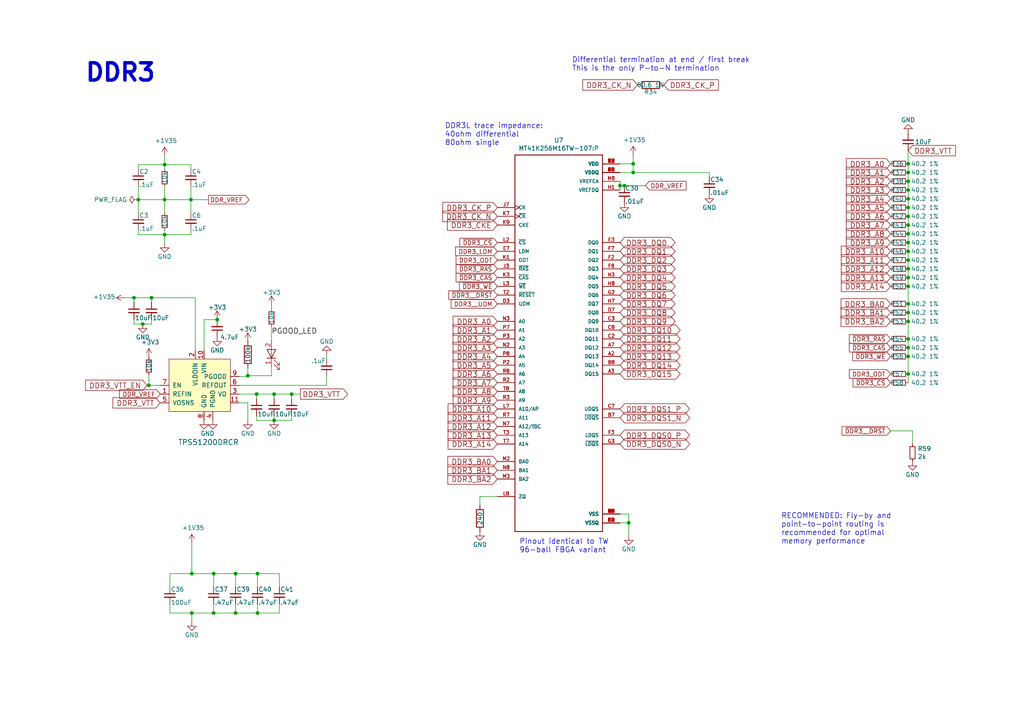
<source format=kicad_sch>
(kicad_sch (version 20231120) (generator "eeschema") (generator_version "8.0")
  (paper "A4")
  (junction (at 79.502 114.3))
  (junction (at 263.398 77.978))
  (junction (at 181.102 53.848))
  (junction (at 263.398 57.658))
  (junction (at 263.398 55.118))
  (junction (at 40.132 57.912))
  (junction (at 55.626 166.37))
  (junction (at 263.398 90.678))
  (junction (at 68.326 166.37))
  (junction (at 263.398 47.498))
  (junction (at 183.642 50.038))
  (junction (at 84.582 114.3))
  (junction (at 263.398 108.458))
  (junction (at 263.398 62.738))
  (junction (at 47.752 57.912))
  (junction (at 263.398 65.278))
  (junction (at 263.398 70.358))
  (junction (at 61.976 177.8))
  (junction (at 62.992 92.71))
  (junction (at 263.398 100.838))
  (junction (at 55.626 177.8))
  (junction (at 263.398 52.578))
  (junction (at 263.398 83.058))
  (junction (at 263.398 103.378))
  (junction (at 47.752 68.072))
  (junction (at 183.642 47.498))
  (junction (at 263.398 60.198))
  (junction (at 38.862 86.36))
  (junction (at 179.832 53.848))
  (junction (at 71.882 108.966))
  (junction (at 74.676 166.37))
  (junction (at 43.18 111.76))
  (junction (at 43.942 86.36))
  (junction (at 61.976 166.37))
  (junction (at 263.398 50.038))
  (junction (at 41.402 93.98))
  (junction (at 263.398 93.218))
  (junction (at 263.398 72.898))
  (junction (at 182.372 151.638))
  (junction (at 74.422 114.3))
  (junction (at 47.752 47.752))
  (junction (at 55.372 57.912))
  (junction (at 79.502 121.92))
  (junction (at 74.676 177.8))
  (junction (at 68.326 177.8))
  (junction (at 263.398 67.818))
  (junction (at 263.398 80.518))
  (junction (at 263.398 75.438))
  (junction (at 263.398 88.138))
  (junction (at 263.398 98.298))
  (wire (pts (xy 40.132 66.802) (xy 40.132 68.072)))
  (wire (pts (xy 68.326 175.26) (xy 68.326 177.8)))
  (wire (pts (xy 36.322 86.36) (xy 38.862 86.36)))
  (wire (pts (xy 68.326 166.37) (xy 68.326 170.18)))
  (wire (pts (xy 79.502 115.57) (xy 79.502 114.3)))
  (wire (pts (xy 94.742 102.87) (xy 94.742 104.14)))
  (wire (pts (xy 68.326 166.37) (xy 74.676 166.37)))
  (wire (pts (xy 263.398 108.458) (xy 263.398 110.998)))
  (wire (pts (xy 139.192 144.018) (xy 139.192 146.558)))
  (wire (pts (xy 55.372 57.912) (xy 55.372 61.722)))
  (wire (pts (xy 47.752 68.072) (xy 55.372 68.072)))
  (wire (pts (xy 263.398 50.038) (xy 263.398 47.498)))
  (wire (pts (xy 69.342 114.3) (xy 74.422 114.3)))
  (wire (pts (xy 179.832 50.038) (xy 183.642 50.038)))
  (wire (pts (xy 179.832 55.118) (xy 179.832 53.848)))
  (wire (pts (xy 62.992 92.71) (xy 59.182 92.71)))
  (wire (pts (xy 55.626 177.8) (xy 61.976 177.8)))
  (wire (pts (xy 81.026 166.37) (xy 81.026 170.18)))
  (wire (pts (xy 182.372 151.638) (xy 182.372 155.448)))
  (wire (pts (xy 263.398 77.978) (xy 263.398 75.438)))
  (wire (pts (xy 61.976 175.26) (xy 61.976 177.8)))
  (wire (pts (xy 74.676 166.37) (xy 74.676 170.18)))
  (wire (pts (xy 71.882 108.966) (xy 71.882 109.22)))
  (wire (pts (xy 205.74 50.038) (xy 205.74 51.308)))
  (wire (pts (xy 61.976 166.37) (xy 61.976 170.18)))
  (wire (pts (xy 43.942 93.98) (xy 43.942 92.71)))
  (wire (pts (xy 263.398 57.658) (xy 263.398 55.118)))
  (wire (pts (xy 49.276 166.37) (xy 55.626 166.37)))
  (wire (pts (xy 43.18 111.76) (xy 46.482 111.76)))
  (wire (pts (xy 74.676 177.8) (xy 81.026 177.8)))
  (wire (pts (xy 264.668 124.968) (xy 264.668 128.778)))
  (wire (pts (xy 43.942 86.36) (xy 56.642 86.36)))
  (wire (pts (xy 47.752 68.072) (xy 47.752 70.612)))
  (wire (pts (xy 74.676 175.26) (xy 74.676 177.8)))
  (wire (pts (xy 258.318 124.968) (xy 264.668 124.968)))
  (wire (pts (xy 74.422 121.92) (xy 79.502 121.92)))
  (wire (pts (xy 263.398 72.898) (xy 263.398 70.358)))
  (wire (pts (xy 55.626 166.37) (xy 61.976 166.37)))
  (wire (pts (xy 61.976 177.8) (xy 68.326 177.8)))
  (wire (pts (xy 43.18 111.76) (xy 42.672 111.76)))
  (wire (pts (xy 79.502 120.65) (xy 79.502 121.92)))
  (wire (pts (xy 38.862 93.98) (xy 41.402 93.98)))
  (wire (pts (xy 81.026 177.8) (xy 81.026 175.26)))
  (wire (pts (xy 263.398 98.298) (xy 263.398 100.838)))
  (wire (pts (xy 263.398 100.838) (xy 263.398 103.378)))
  (wire (pts (xy 43.942 87.63) (xy 43.942 86.36)))
  (wire (pts (xy 40.132 47.752) (xy 47.752 47.752)))
  (wire (pts (xy 55.372 68.072) (xy 55.372 66.802)))
  (wire (pts (xy 144.272 144.018) (xy 139.192 144.018)))
  (wire (pts (xy 40.132 54.102) (xy 40.132 57.912)))
  (wire (pts (xy 78.74 106.426) (xy 78.74 108.966)))
  (wire (pts (xy 183.642 50.038) (xy 205.74 50.038)))
  (wire (pts (xy 179.832 53.848) (xy 181.102 53.848)))
  (wire (pts (xy 183.642 44.958) (xy 183.642 47.498)))
  (wire (pts (xy 61.976 166.37) (xy 68.326 166.37)))
  (wire (pts (xy 74.676 166.37) (xy 81.026 166.37)))
  (wire (pts (xy 78.74 94.742) (xy 78.74 98.806)))
  (wire (pts (xy 263.398 52.578) (xy 263.398 50.038)))
  (wire (pts (xy 47.752 47.752) (xy 47.752 49.022)))
  (wire (pts (xy 47.752 57.912) (xy 47.752 61.722)))
  (wire (pts (xy 38.862 92.71) (xy 38.862 93.98)))
  (wire (pts (xy 68.326 177.8) (xy 74.676 177.8)))
  (wire (pts (xy 263.398 43.688) (xy 263.398 47.498)))
  (wire (pts (xy 94.742 109.22) (xy 94.742 111.76)))
  (wire (pts (xy 263.398 55.118) (xy 263.398 52.578)))
  (wire (pts (xy 69.342 111.76) (xy 94.742 111.76)))
  (wire (pts (xy 263.398 93.218) (xy 263.398 90.678)))
  (wire (pts (xy 71.882 116.84) (xy 71.882 121.92)))
  (wire (pts (xy 74.422 115.57) (xy 74.422 114.3)))
  (wire (pts (xy 47.752 45.212) (xy 47.752 47.752)))
  (wire (pts (xy 263.398 62.738) (xy 263.398 60.198)))
  (wire (pts (xy 43.18 108.712) (xy 43.18 111.76)))
  (wire (pts (xy 40.132 49.022) (xy 40.132 47.752)))
  (wire (pts (xy 40.132 57.912) (xy 40.132 61.722)))
  (wire (pts (xy 47.752 57.912) (xy 40.132 57.912)))
  (wire (pts (xy 183.642 50.038) (xy 183.642 47.498)))
  (wire (pts (xy 179.832 151.638) (xy 182.372 151.638)))
  (wire (pts (xy 263.398 75.438) (xy 263.398 72.898)))
  (wire (pts (xy 71.882 108.966) (xy 71.882 106.68)))
  (wire (pts (xy 78.74 89.662) (xy 78.74 88.392)))
  (wire (pts (xy 69.342 116.84) (xy 71.882 116.84)))
  (wire (pts (xy 179.832 52.578) (xy 179.832 53.848)))
  (wire (pts (xy 38.862 87.63) (xy 38.862 86.36)))
  (wire (pts (xy 179.832 149.098) (xy 182.372 149.098)))
  (wire (pts (xy 74.422 114.3) (xy 79.502 114.3)))
  (wire (pts (xy 263.398 60.198) (xy 263.398 57.658)))
  (wire (pts (xy 182.372 149.098) (xy 182.372 151.638)))
  (wire (pts (xy 263.398 90.678) (xy 263.398 88.138)))
  (wire (pts (xy 263.398 65.278) (xy 263.398 62.738)))
  (wire (pts (xy 47.752 66.802) (xy 47.752 68.072)))
  (wire (pts (xy 49.276 177.8) (xy 55.626 177.8)))
  (wire (pts (xy 263.398 93.218) (xy 263.398 98.298)))
  (wire (pts (xy 84.582 121.92) (xy 84.582 120.65)))
  (wire (pts (xy 183.642 47.498) (xy 179.832 47.498)))
  (wire (pts (xy 263.398 88.138) (xy 263.398 83.058)))
  (wire (pts (xy 55.372 47.752) (xy 55.372 49.022)))
  (wire (pts (xy 40.132 68.072) (xy 47.752 68.072)))
  (wire (pts (xy 59.182 92.71) (xy 59.182 101.6)))
  (wire (pts (xy 79.502 121.92) (xy 84.582 121.92)))
  (wire (pts (xy 263.398 67.818) (xy 263.398 65.278)))
  (wire (pts (xy 55.372 54.102) (xy 55.372 57.912)))
  (wire (pts (xy 263.398 80.518) (xy 263.398 77.978)))
  (wire (pts (xy 47.752 54.102) (xy 47.752 57.912)))
  (wire (pts (xy 79.502 114.3) (xy 84.582 114.3)))
  (wire (pts (xy 47.752 47.752) (xy 55.372 47.752)))
  (wire (pts (xy 55.626 157.48) (xy 55.626 166.37)))
  (wire (pts (xy 38.862 86.36) (xy 43.942 86.36)))
  (wire (pts (xy 55.626 177.8) (xy 55.626 180.34)))
  (wire (pts (xy 84.582 114.3) (xy 87.122 114.3)))
  (wire (pts (xy 181.102 53.848) (xy 187.198 53.848)))
  (wire (pts (xy 56.642 86.36) (xy 56.642 101.6)))
  (wire (pts (xy 49.276 175.26) (xy 49.276 177.8)))
  (wire (pts (xy 263.398 70.358) (xy 263.398 67.818)))
  (wire (pts (xy 74.422 120.65) (xy 74.422 121.92)))
  (wire (pts (xy 41.402 93.98) (xy 43.942 93.98)))
  (wire (pts (xy 60.452 57.912) (xy 55.372 57.912)))
  (wire (pts (xy 49.276 170.18) (xy 49.276 166.37)))
  (wire (pts (xy 263.398 83.058) (xy 263.398 80.518)))
  (wire (pts (xy 84.582 115.57) (xy 84.582 114.3)))
  (wire (pts (xy 55.372 57.912) (xy 47.752 57.912)))
  (wire (pts (xy 69.342 109.22) (xy 71.882 109.22)))
  (wire (pts (xy 263.398 103.378) (xy 263.398 108.458)))
  (wire (pts (xy 78.74 108.966) (xy 71.882 108.966)))
  (text "Pinout identical to TW \n96-ball FBGA variant\n" (at 150.622 160.528 0) (effects (font (size 1.524 1.524)) (justify left bottom)))
  (text "DDR3" (at 24.384 24.13 0) (effects (font (size 5.0038 5.0038) (thickness 1.0008) (bold yes)) (justify left bottom)))
  (text "RECOMMENDED: Fly-by and \npoint-to-point routing is\nrecommended for optimal \nmemory performance" (at 226.568 157.988 0) (effects (font (size 1.524 1.524)) (justify left bottom)))
  (text "DDR3L trace impedance:\n40ohm differential\n80ohm single" (at 129.032 42.418 0) (effects (font (size 1.524 1.524)) (justify left bottom)))
  (text "Differential termination at end / first break\nThis is the only P-to-N termination" (at 165.862 20.828 0) (effects (font (size 1.524 1.524)) (justify left bottom)))
  (label "PGOOD_LED" (at 78.74 97.282 0) (effects (font (size 1.524 1.524))))
  (global_label "DDR3_BA1" (shape input) (at 258.318 90.678 180) (effects (font (size 1.524 1.524))) (property "Intersheetrefs" "${INTERSHEET_REFS}" (effects (hide yes))))
  (global_label "DDR3_A12" (shape input) (at 144.272 123.698 180) (effects (font (size 1.524 1.524))) (property "Intersheetrefs" "${INTERSHEET_REFS}" (effects (hide yes))))
  (global_label "DDR3_DQ13" (shape bidirectional) (at 179.832 103.378 0) (effects (font (size 1.524 1.524))) (property "Intersheetrefs" "${INTERSHEET_REFS}" (effects (hide yes))))
  (global_label "DDR3_A1" (shape input) (at 144.272 95.758 180) (effects (font (size 1.524 1.524))) (property "Intersheetrefs" "${INTERSHEET_REFS}" (effects (hide yes))))
  (global_label "DDR3_A7" (shape input) (at 144.272 110.998 180) (effects (font (size 1.524 1.524))) (property "Intersheetrefs" "${INTERSHEET_REFS}" (effects (hide yes))))
  (global_label "DDR3_A12" (shape input) (at 258.318 77.978 180) (effects (font (size 1.524 1.524))) (property "Intersheetrefs" "${INTERSHEET_REFS}" (effects (hide yes))))
  (global_label "DDR3_BA2" (shape input) (at 144.272 138.938 180) (effects (font (size 1.524 1.524))) (property "Intersheetrefs" "${INTERSHEET_REFS}" (effects (hide yes))))
  (global_label "DDR3_VTT" (shape input) (at 46.482 116.84 180) (effects (font (size 1.524 1.524))) (property "Intersheetrefs" "${INTERSHEET_REFS}" (effects (hide yes))))
  (global_label "DDR3_DQS0_N" (shape bidirectional) (at 179.832 128.778 0) (effects (font (size 1.524 1.524))) (property "Intersheetrefs" "${INTERSHEET_REFS}" (effects (hide yes))))
  (global_label "DDR3_DQS1_N" (shape bidirectional) (at 179.832 121.158 0) (effects (font (size 1.524 1.524))) (property "Intersheetrefs" "${INTERSHEET_REFS}" (effects (hide yes))))
  (global_label "DDR3_VTT" (shape input) (at 263.398 43.688 0) (effects (font (size 1.524 1.524))) (property "Intersheetrefs" "${INTERSHEET_REFS}" (effects (hide yes))))
  (global_label "~{DDR3__DRST}" (shape input) (at 144.272 85.598 180) (property "Intersheetrefs" "${INTERSHEET_REFS}" (effects (hide yes))))
  (global_label "DDR3_DQ7" (shape bidirectional) (at 179.832 88.138 0) (effects (font (size 1.524 1.524))) (property "Intersheetrefs" "${INTERSHEET_REFS}" (effects (hide yes))))
  (global_label "~{DDR3_WE}" (shape input) (at 144.272 83.058 180) (property "Intersheetrefs" "${INTERSHEET_REFS}" (effects (hide yes))))
  (global_label "DDR3_A11" (shape input) (at 144.272 121.158 180) (effects (font (size 1.524 1.524))) (property "Intersheetrefs" "${INTERSHEET_REFS}" (effects (hide yes))))
  (global_label "DDR3_A9" (shape input) (at 258.318 70.358 180) (effects (font (size 1.524 1.524))) (property "Intersheetrefs" "${INTERSHEET_REFS}" (effects (hide yes))))
  (global_label "~{DDR3__DRST}" (shape input) (at 258.318 124.968 180) (property "Intersheetrefs" "${INTERSHEET_REFS}" (effects (hide yes))))
  (global_label "DDR3_A9" (shape input) (at 144.272 116.078 180) (effects (font (size 1.524 1.524))) (property "Intersheetrefs" "${INTERSHEET_REFS}" (effects (hide yes))))
  (global_label "DDR3_A3" (shape input) (at 258.318 55.118 180) (effects (font (size 1.524 1.524))) (property "Intersheetrefs" "${INTERSHEET_REFS}" (effects (hide yes))))
  (global_label "DDR3_A3" (shape input) (at 144.272 100.838 180) (effects (font (size 1.524 1.524))) (property "Intersheetrefs" "${INTERSHEET_REFS}" (effects (hide yes))))
  (global_label "DDR3_A5" (shape input) (at 258.318 60.198 180) (effects (font (size 1.524 1.524))) (property "Intersheetrefs" "${INTERSHEET_REFS}" (effects (hide yes))))
  (global_label "DDR3_A11" (shape input) (at 258.318 75.438 180) (effects (font (size 1.524 1.524))) (property "Intersheetrefs" "${INTERSHEET_REFS}" (effects (hide yes))))
  (global_label "DDR3_A5" (shape input) (at 144.272 105.918 180) (effects (font (size 1.524 1.524))) (property "Intersheetrefs" "${INTERSHEET_REFS}" (effects (hide yes))))
  (global_label "DDR3_VTT_EN" (shape input) (at 42.672 111.76 180) (effects (font (size 1.524 1.524))) (property "Intersheetrefs" "${INTERSHEET_REFS}" (effects (hide yes))))
  (global_label "DDR3_A14" (shape input) (at 258.318 83.058 180) (effects (font (size 1.524 1.524))) (property "Intersheetrefs" "${INTERSHEET_REFS}" (effects (hide yes))))
  (global_label "DDR_VREF" (shape input) (at 187.198 53.848 0) (property "Intersheetrefs" "${INTERSHEET_REFS}" (effects (hide yes))))
  (global_label "DDR3_ODT" (shape input) (at 144.272 75.438 180) (property "Intersheetrefs" "${INTERSHEET_REFS}" (effects (hide yes))))
  (global_label "DDR_VREF" (shape output) (at 60.452 57.912 0) (property "Intersheetrefs" "${INTERSHEET_REFS}" (effects (hide yes))))
  (global_label "DDR3_A10" (shape input) (at 144.272 118.618 180) (effects (font (size 1.524 1.524))) (property "Intersheetrefs" "${INTERSHEET_REFS}" (effects (hide yes))))
  (global_label "DDR3_A4" (shape input) (at 144.272 103.378 180) (effects (font (size 1.524 1.524))) (property "Intersheetrefs" "${INTERSHEET_REFS}" (effects (hide yes))))
  (global_label "DDR3_DQ8" (shape bidirectional) (at 179.832 90.678 0) (effects (font (size 1.524 1.524))) (property "Intersheetrefs" "${INTERSHEET_REFS}" (effects (hide yes))))
  (global_label "DDR3_DQ9" (shape bidirectional) (at 179.832 93.218 0) (effects (font (size 1.524 1.524))) (property "Intersheetrefs" "${INTERSHEET_REFS}" (effects (hide yes))))
  (global_label "DDR3_DQ2" (shape bidirectional) (at 179.832 75.438 0) (effects (font (size 1.524 1.524))) (property "Intersheetrefs" "${INTERSHEET_REFS}" (effects (hide yes))))
  (global_label "DDR3_DQ6" (shape bidirectional) (at 179.832 85.598 0) (effects (font (size 1.524 1.524))) (property "Intersheetrefs" "${INTERSHEET_REFS}" (effects (hide yes))))
  (global_label "~{DDR3_WE}" (shape input) (at 258.318 103.378 180) (property "Intersheetrefs" "${INTERSHEET_REFS}" (effects (hide yes))))
  (global_label "~{DDR3_CS}" (shape input) (at 144.272 70.358 180) (property "Intersheetrefs" "${INTERSHEET_REFS}" (effects (hide yes))))
  (global_label "DDR3_A2" (shape input) (at 258.318 52.578 180) (effects (font (size 1.524 1.524))) (property "Intersheetrefs" "${INTERSHEET_REFS}" (effects (hide yes))))
  (global_label "DDR3_DQ5" (shape bidirectional) (at 179.832 83.058 0) (effects (font (size 1.524 1.524))) (property "Intersheetrefs" "${INTERSHEET_REFS}" (effects (hide yes))))
  (global_label "DDR3_CK_P" (shape input) (at 144.272 60.198 180) (effects (font (size 1.524 1.524))) (property "Intersheetrefs" "${INTERSHEET_REFS}" (effects (hide yes))))
  (global_label "DDR3_BA2" (shape input) (at 258.318 93.218 180) (effects (font (size 1.524 1.524))) (property "Intersheetrefs" "${INTERSHEET_REFS}" (effects (hide yes))))
  (global_label "DDR3_ODT" (shape input) (at 258.318 108.458 180) (property "Intersheetrefs" "${INTERSHEET_REFS}" (effects (hide yes))))
  (global_label "DDR3_CK_N" (shape input) (at 184.912 24.638 180) (effects (font (size 1.524 1.524))) (property "Intersheetrefs" "${INTERSHEET_REFS}" (effects (hide yes))))
  (global_label "DDR3_A8" (shape input) (at 144.272 113.538 180) (effects (font (size 1.524 1.524))) (property "Intersheetrefs" "${INTERSHEET_REFS}" (effects (hide yes))))
  (global_label "DDR3_DQS1_P" (shape bidirectional) (at 179.832 118.618 0) (effects (font (size 1.524 1.524))) (property "Intersheetrefs" "${INTERSHEET_REFS}" (effects (hide yes))))
  (global_label "DDR3_BA0" (shape input) (at 258.318 88.138 180) (effects (font (size 1.524 1.524))) (property "Intersheetrefs" "${INTERSHEET_REFS}" (effects (hide yes))))
  (global_label "DDR3_DQ11" (shape bidirectional) (at 179.832 98.298 0) (effects (font (size 1.524 1.524))) (property "Intersheetrefs" "${INTERSHEET_REFS}" (effects (hide yes))))
  (global_label "DDR3__UDM" (shape input) (at 144.272 88.138 180) (property "Intersheetrefs" "${INTERSHEET_REFS}" (effects (hide yes))))
  (global_label "DDR3_DQ4" (shape bidirectional) (at 179.832 80.518 0) (effects (font (size 1.524 1.524))) (property "Intersheetrefs" "${INTERSHEET_REFS}" (effects (hide yes))))
  (global_label "DDR3_DQ14" (shape bidirectional) (at 179.832 105.918 0) (effects (font (size 1.524 1.524))) (property "Intersheetrefs" "${INTERSHEET_REFS}" (effects (hide yes))))
  (global_label "~{DDR3_CS}" (shape input) (at 258.318 110.998 180) (property "Intersheetrefs" "${INTERSHEET_REFS}" (effects (hide yes))))
  (global_label "DDR3_A14" (shape input) (at 144.272 128.778 180) (effects (font (size 1.524 1.524))) (property "Intersheetrefs" "${INTERSHEET_REFS}" (effects (hide yes))))
  (global_label "DDR3_A2" (shape input) (at 144.272 98.298 180) (effects (font (size 1.524 1.524))) (property "Intersheetrefs" "${INTERSHEET_REFS}" (effects (hide yes))))
  (global_label "DDR3_A0" (shape input) (at 258.318 47.498 180) (effects (font (size 1.524 1.524))) (property "Intersheetrefs" "${INTERSHEET_REFS}" (effects (hide yes))))
  (global_label "~{DDR3_CAS}" (shape input) (at 258.318 100.838 180) (property "Intersheetrefs" "${INTERSHEET_REFS}" (effects (hide yes))))
  (global_label "DDR3_DQ15" (shape bidirectional) (at 179.832 108.458 0) (effects (font (size 1.524 1.524))) (property "Intersheetrefs" "${INTERSHEET_REFS}" (effects (hide yes))))
  (global_label "DDR3_A6" (shape input) (at 144.272 108.458 180) (effects (font (size 1.524 1.524))) (property "Intersheetrefs" "${INTERSHEET_REFS}" (effects (hide yes))))
  (global_label "DDR3_A6" (shape input) (at 258.318 62.738 180) (effects (font (size 1.524 1.524))) (property "Intersheetrefs" "${INTERSHEET_REFS}" (effects (hide yes))))
  (global_label "DDR3_A13" (shape input) (at 144.272 126.238 180) (effects (font (size 1.524 1.524))) (property "Intersheetrefs" "${INTERSHEET_REFS}" (effects (hide yes))))
  (global_label "DDR3_A13" (shape input) (at 258.318 80.518 180) (effects (font (size 1.524 1.524))) (property "Intersheetrefs" "${INTERSHEET_REFS}" (effects (hide yes))))
  (global_label "~{DDR3_RAS}" (shape input) (at 144.272 77.978 180) (property "Intersheetrefs" "${INTERSHEET_REFS}" (effects (hide yes))))
  (global_label "DDR3_A0" (shape input) (at 144.272 93.218 180) (effects (font (size 1.524 1.524))) (property "Intersheetrefs" "${INTERSHEET_REFS}" (effects (hide yes))))
  (global_label "DDR3_DQ3" (shape bidirectional) (at 179.832 77.978 0) (effects (font (size 1.524 1.524))) (property "Intersheetrefs" "${INTERSHEET_REFS}" (effects (hide yes))))
  (global_label "DDR3_DQ12" (shape bidirectional) (at 179.832 100.838 0) (effects (font (size 1.524 1.524))) (property "Intersheetrefs" "${INTERSHEET_REFS}" (effects (hide yes))))
  (global_label "~{DDR3_CAS}" (shape input) (at 144.272 80.518 180) (property "Intersheetrefs" "${INTERSHEET_REFS}" (effects (hide yes))))
  (global_label "DDR3_CK_P" (shape input) (at 192.532 24.638 0) (effects (font (size 1.524 1.524))) (property "Intersheetrefs" "${INTERSHEET_REFS}" (effects (hide yes))))
  (global_label "DDR3_BA0" (shape input) (at 144.272 133.858 180) (effects (font (size 1.524 1.524))) (property "Intersheetrefs" "${INTERSHEET_REFS}" (effects (hide yes))))
  (global_label "DDR3_A10" (shape input) (at 258.318 72.898 180) (effects (font (size 1.524 1.524))) (property "Intersheetrefs" "${INTERSHEET_REFS}" (effects (hide yes))))
  (global_label "DDR3_DQ1" (shape bidirectional) (at 179.832 72.898 0) (effects (font (size 1.524 1.524))) (property "Intersheetrefs" "${INTERSHEET_REFS}" (effects (hide yes))))
  (global_label "DDR3_A1" (shape input) (at 258.318 50.038 180) (effects (font (size 1.524 1.524))) (property "Intersheetrefs" "${INTERSHEET_REFS}" (effects (hide yes))))
  (global_label "~{DDR3_RAS}" (shape input) (at 258.318 98.298 180) (property "Intersheetrefs" "${INTERSHEET_REFS}" (effects (hide yes))))
  (global_label "DDR3_LDM" (shape input) (at 144.272 72.898 180) (property "Intersheetrefs" "${INTERSHEET_REFS}" (effects (hide yes))))
  (global_label "DDR_VREF" (shape input) (at 46.482 114.3 180) (property "Intersheetrefs" "${INTERSHEET_REFS}" (effects (hide yes))))
  (global_label "DDR3_CK_N" (shape input) (at 144.272 62.738 180) (effects (font (size 1.524 1.524))) (property "Intersheetrefs" "${INTERSHEET_REFS}" (effects (hide yes))))
  (global_label "DDR3_A8" (shape input) (at 258.318 67.818 180) (effects (font (size 1.524 1.524))) (property "Intersheetrefs" "${INTERSHEET_REFS}" (effects (hide yes))))
  (global_label "DDR3_VTT" (shape output) (at 87.122 114.3 0) (effects (font (size 1.524 1.524))) (property "Intersheetrefs" "${INTERSHEET_REFS}" (effects (hide yes))))
  (global_label "DDR3_A7" (shape input) (at 258.318 65.278 180) (effects (font (size 1.524 1.524))) (property "Intersheetrefs" "${INTERSHEET_REFS}" (effects (hide yes))))
  (global_label "DDR3_DQ0" (shape bidirectional) (at 179.832 70.358 0) (effects (font (size 1.524 1.524))) (property "Intersheetrefs" "${INTERSHEET_REFS}" (effects (hide yes))))
  (global_label "DDR3_DQS0_P" (shape bidirectional) (at 179.832 126.238 0) (effects (font (size 1.524 1.524))) (property "Intersheetrefs" "${INTERSHEET_REFS}" (effects (hide yes))))
  (global_label "DDR3_BA1" (shape input) (at 144.272 136.398 180) (effects (font (size 1.524 1.524))) (property "Intersheetrefs" "${INTERSHEET_REFS}" (effects (hide yes))))
  (global_label "DDR3_DQ10" (shape bidirectional) (at 179.832 95.758 0) (effects (font (size 1.524 1.524))) (property "Intersheetrefs" "${INTERSHEET_REFS}" (effects (hide yes))))
  (global_label "DDR3_CKE" (shape input) (at 144.272 65.278 180) (effects (font (size 1.524 1.524))) (property "Intersheetrefs" "${INTERSHEET_REFS}" (effects (hide yes))))
  (global_label "DDR3_A4" (shape input) (at 258.318 57.658 180) (effects (font (size 1.524 1.524))) (property "Intersheetrefs" "${INTERSHEET_REFS}" (effects (hide yes))))
  (symbol (lib_id "Device:R_Small") (at 260.858 77.978 90) (unit 1)
    (property "Reference" "R48" (at 262.128 77.978 90) (effects (justify left)))
    (property "Value" "40.2 1%" (at 272.288 77.978 90) (effects (justify left)))
    (property "Footprint" "Resistor_SMD:R_0201_0603Metric" (effects (hide yes)))
    (property "Datasheet" "RTT0140R2FTH" (effects (hide yes)))
    (property "MFR" "Yageo" (effects (hide yes)))
    (property "MPN" "RC0402FR-0740R2L" (effects (hide yes)))
    (property "SPR" "Digikey" (effects (hide yes)))
    (property "SPN" "311-40.2LRTR-ND" (effects (hide yes)))
    (property "SPURL" "-" (effects (hide yes)))
  )
  (symbol (lib_id "Device:C_Small") (at 55.372 51.562 0) (unit 1)
    (property "Reference" "C4" (at 55.626 49.784 0) (effects (justify left)))
    (property "Value" ".1uF" (at 55.626 53.594 0) (effects (justify left)))
    (property "Footprint" "Capacitor_SMD:C_0402_1005Metric" (effects (hide yes)))
    (property "Datasheet" "CL05A105KA5NQNC" (effects (hide yes)))
    (property "MFR" "Yageo" (effects (hide yes)))
    (property "MPN" "CC0402KRX7R6BB104" (effects (hide yes)))
    (property "SPR" "Digikey" (effects (hide yes)))
    (property "SPN" "311-1345-1-ND" (effects (hide yes)))
  )
  (symbol (lib_id "power:GND") (at 47.752 70.612 0) (unit 1)
    (property "Reference" "#PWR014" (effects (hide yes)))
    (property "Value" "GND" (at 47.752 74.422 0))
  )
  (symbol (lib_id "power:+3V3") (at 71.882 99.06 0) (unit 1)
    (property "Reference" "#PWR076" (effects (hide yes)))
    (property "Value" "+3V3" (at 71.882 95.504 0))
  )
  (symbol (lib_id "power:+1V35") (at 183.642 44.958 0) (unit 1)
    (property "Reference" "#PWR075" (effects (hide yes)))
    (property "Value" "+1V35" (at 184.023 40.5638 0))
  )
  (symbol (lib_id "Device:C_Small") (at 68.326 172.72 0) (unit 1)
    (property "Reference" "C39" (at 68.58 170.942 0) (effects (justify left)))
    (property "Value" ".47uF" (at 68.58 174.752 0) (effects (justify left)))
    (property "Footprint" "Capacitor_SMD:C_1206_3216Metric" (effects (hide yes)))
    (property "Datasheet" "CL31A476MPHNNNE" (effects (hide yes)))
    (property "MFR" "Yageo" (effects (hide yes)))
    (property "MPN" "CC0402KRX5R5BB474" (effects (hide yes)))
    (property "SPR" "Digikey" (effects (hide yes)))
    (property "SPN" "311-1684-1-ND" (effects (hide yes)))
  )
  (symbol (lib_id "power:GND") (at 94.742 102.87 180) (unit 1)
    (property "Reference" "#PWR081" (effects (hide yes)))
    (property "Value" "GND" (at 94.742 99.06 0))
  )
  (symbol (lib_id "Device:R_Small") (at 260.858 57.658 90) (unit 1)
    (property "Reference" "R40" (at 262.128 57.658 90) (effects (justify left)))
    (property "Value" "40.2 1%" (at 272.288 57.658 90) (effects (justify left)))
    (property "Footprint" "Resistor_SMD:R_0201_0603Metric" (effects (hide yes)))
    (property "Datasheet" "RTT0140R2FTH" (effects (hide yes)))
    (property "MFR" "Yageo" (effects (hide yes)))
    (property "MPN" "RC0402FR-0740R2L" (effects (hide yes)))
    (property "SPR" "Digikey" (effects (hide yes)))
    (property "SPN" "311-40.2LRTR-ND" (effects (hide yes)))
    (property "SPURL" "-" (effects (hide yes)))
  )
  (symbol (lib_id "Device:R_Small") (at 260.858 83.058 90) (unit 1)
    (property "Reference" "R50" (at 262.128 83.058 90) (effects (justify left)))
    (property "Value" "40.2 1%" (at 272.288 83.058 90) (effects (justify left)))
    (property "Footprint" "Resistor_SMD:R_0201_0603Metric" (effects (hide yes)))
    (property "Datasheet" "RTT0140R2FTH" (effects (hide yes)))
    (property "MFR" "Yageo" (effects (hide yes)))
    (property "MPN" "RC0402FR-0740R2L" (effects (hide yes)))
    (property "SPR" "Digikey" (effects (hide yes)))
    (property "SPN" "311-40.2LRTR-ND" (effects (hide yes)))
    (property "SPURL" "-" (effects (hide yes)))
  )
  (symbol (lib_id "Device:R_Small") (at 260.858 72.898 90) (unit 1)
    (property "Reference" "R46" (at 262.128 72.898 90) (effects (justify left)))
    (property "Value" "40.2 1%" (at 272.288 72.898 90) (effects (justify left)))
    (property "Footprint" "Resistor_SMD:R_0201_0603Metric" (effects (hide yes)))
    (property "Datasheet" "RTT0140R2FTH" (effects (hide yes)))
    (property "MFR" "Yageo" (effects (hide yes)))
    (property "MPN" "RC0402FR-0740R2L" (effects (hide yes)))
    (property "SPR" "Digikey" (effects (hide yes)))
    (property "SPN" "311-40.2LRTR-ND" (effects (hide yes)))
    (property "SPURL" "-" (effects (hide yes)))
  )
  (symbol (lib_id "Device:R_Small") (at 47.752 51.562 0) (unit 1)
    (property "Reference" "R29" (effects (hide yes)))
    (property "Value" "10k" (at 47.752 53.34 90) (effects (justify left)))
    (property "Footprint" "Resistor_SMD:R_0805_2012Metric" (effects (hide yes)))
    (property "Datasheet" "0805W8F1002T5E" (effects (hide yes)))
    (property "MFR" "Yageo" (effects (hide yes)))
    (property "SPR" "Digikey" (effects (hide yes)))
    (property "MPN" "RC0402FR-0710KL" (effects (hide yes)))
    (property "SPN" "311-10.0KLRCT-ND" (effects (hide yes)))
    (property "SPURL" "-" (effects (hide yes)))
  )
  (symbol (lib_id "Device:R_Small") (at 43.18 106.172 0) (unit 1)
    (property "Reference" "R32" (effects (hide yes)))
    (property "Value" "10k" (at 43.18 107.95 90) (effects (justify left)))
    (property "Footprint" "Resistor_SMD:R_0805_2012Metric" (effects (hide yes)))
    (property "Datasheet" "0805W8F1002T5E" (effects (hide yes)))
    (property "MFR" "Yageo" (effects (hide yes)))
    (property "SPR" "Digikey" (effects (hide yes)))
    (property "MPN" "RC0402FR-0710KL" (effects (hide yes)))
    (property "SPN" "311-10.0KLRCT-ND" (effects (hide yes)))
    (property "SPURL" "-" (effects (hide yes)))
  )
  (symbol (lib_id "Device:R") (at 71.882 102.87 0) (unit 1)
    (property "Reference" "R33" (effects (hide yes)))
    (property "Value" "100k" (at 71.882 102.87 90))
    (property "Footprint" "Resistor_SMD:R_0402_1005Metric" (effects (hide yes)))
    (property "Datasheet" "QR0402F100KQ10Z" (effects (hide yes)))
    (property "MFR" "Yageo" (effects (hide yes)))
    (property "MPN" "RC0402FR-07100KL" (effects (hide yes)))
    (property "SPR" "Digikey" (effects (hide yes)))
    (property "SPN" "311-100KLRTR-ND" (effects (hide yes)))
  )
  (symbol (lib_id "power:GND") (at 61.722 121.92 0) (unit 1)
    (property "Reference" "#PWR070" (effects (hide yes)))
    (property "Value" "GND" (effects (hide yes)))
  )
  (symbol (lib_id "power:+1V35") (at 55.626 157.48 0) (unit 1)
    (property "Reference" "#PWR082" (effects (hide yes)))
    (property "Value" "+1V35" (at 56.007 153.0858 0))
  )
  (symbol (lib_id "Device:C_Small") (at 38.862 90.17 0) (unit 1)
    (property "Reference" "C7" (effects (hide yes)))
    (property "Value" "10uF" (at 39.116 92.202 0) (effects (justify left)))
    (property "Footprint" "Capacitor_SMD:C_0402_1005Metric" (effects (hide yes)))
    (property "Datasheet" "GRM155R60J106ME44D" (effects (hide yes)))
    (property "MFR" "Murata" (effects (hide yes)))
    (property "MPN" "GRM188R61A106KE69J" (effects (hide yes)))
    (property "SPR" "Digikey" (effects (hide yes)))
    (property "SPN" "490-14372-1-ND" (effects (hide yes)))
  )
  (symbol (lib_id "power:GND") (at 55.626 180.34 0) (unit 1)
    (property "Reference" "#PWR083" (effects (hide yes)))
    (property "Value" "GND" (at 55.626 184.15 0))
  )
  (symbol (lib_id "Device:R_Small") (at 47.752 64.262 0) (unit 1)
    (property "Reference" "R30" (effects (hide yes)))
    (property "Value" "10k" (at 47.752 66.04 90) (effects (justify left)))
    (property "Footprint" "Resistor_SMD:R_0805_2012Metric" (effects (hide yes)))
    (property "Datasheet" "0805W8F1002T5E" (effects (hide yes)))
    (property "MFR" "Yageo" (effects (hide yes)))
    (property "SPR" "Digikey" (effects (hide yes)))
    (property "MPN" "RC0402FR-0710KL" (effects (hide yes)))
    (property "SPN" "311-10.0KLRCT-ND" (effects (hide yes)))
    (property "SPURL" "-" (effects (hide yes)))
  )
  (symbol (lib_id "Device:C_Small") (at 205.74 53.848 0) (unit 1)
    (property "Reference" "C34" (at 205.994 52.07 0) (effects (justify left)))
    (property "Value" ".01uF" (at 205.994 55.88 0) (effects (justify left)))
    (property "Footprint" "Capacitor_SMD:C_0402_1005Metric" (effects (hide yes)))
    (property "Datasheet" "CL05A105KA5NQNC" (effects (hide yes)))
    (property "MFR" "Murata" (effects (hide yes)))
    (property "SPR" "Digikey" (effects (hide yes)))
    (property "MPN" "GRM155R71H103KA88J" (effects (hide yes)))
    (property "SPN" "490-6351-1-ND" (effects (hide yes)))
    (property "SPURL" "-" (effects (hide yes)))
  )
  (symbol (lib_id "Device:R_Small") (at 260.858 62.738 90) (unit 1)
    (property "Reference" "R42" (at 262.128 62.738 90) (effects (justify left)))
    (property "Value" "40.2 1%" (at 272.288 62.738 90) (effects (justify left)))
    (property "Footprint" "Resistor_SMD:R_0201_0603Metric" (effects (hide yes)))
    (property "Datasheet" "RTT0140R2FTH" (effects (hide yes)))
    (property "MFR" "Yageo" (effects (hide yes)))
    (property "MPN" "RC0402FR-0740R2L" (effects (hide yes)))
    (property "SPR" "Digikey" (effects (hide yes)))
    (property "SPN" "311-40.2LRTR-ND" (effects (hide yes)))
    (property "SPURL" "-" (effects (hide yes)))
  )
  (symbol (lib_id "Device:R_Small") (at 260.858 103.378 90) (unit 1)
    (property "Reference" "R56" (at 262.128 103.378 90) (effects (justify left)))
    (property "Value" "40.2 1%" (at 272.288 103.378 90) (effects (justify left)))
    (property "Footprint" "Resistor_SMD:R_0201_0603Metric" (effects (hide yes)))
    (property "Datasheet" "RTT0140R2FTH" (effects (hide yes)))
    (property "MFR" "Yageo" (effects (hide yes)))
    (property "MPN" "RC0402FR-0740R2L" (effects (hide yes)))
    (property "SPR" "Digikey" (effects (hide yes)))
    (property "SPN" "311-40.2LRTR-ND" (effects (hide yes)))
    (property "SPURL" "-" (effects (hide yes)))
  )
  (symbol (lib_id "Device:R_Small") (at 260.858 80.518 90) (unit 1)
    (property "Reference" "R49" (at 262.128 80.518 90) (effects (justify left)))
    (property "Value" "40.2 1%" (at 272.288 80.518 90) (effects (justify left)))
    (property "Footprint" "Resistor_SMD:R_0201_0603Metric" (effects (hide yes)))
    (property "Datasheet" "RTT0140R2FTH" (effects (hide yes)))
    (property "MFR" "Yageo" (effects (hide yes)))
    (property "MPN" "RC0402FR-0740R2L" (effects (hide yes)))
    (property "SPR" "Digikey" (effects (hide yes)))
    (property "SPN" "311-40.2LRTR-ND" (effects (hide yes)))
    (property "SPURL" "-" (effects (hide yes)))
  )
  (symbol (lib_id "power:+3V3") (at 78.74 88.392 0) (unit 1)
    (property "Reference" "#PWR078" (effects (hide yes)))
    (property "Value" "+3V3" (at 78.74 84.836 0))
  )
  (symbol (lib_id "Device:C_Small") (at 55.372 64.262 0) (unit 1)
    (property "Reference" "C6" (at 55.626 62.484 0) (effects (justify left)))
    (property "Value" ".1uF" (at 55.626 66.294 0) (effects (justify left)))
    (property "Footprint" "Capacitor_SMD:C_0402_1005Metric" (effects (hide yes)))
    (property "Datasheet" "CL05A105KA5NQNC" (effects (hide yes)))
    (property "MFR" "Yageo" (effects (hide yes)))
    (property "MPN" "CC0402KRX7R6BB104" (effects (hide yes)))
    (property "SPR" "Digikey" (effects (hide yes)))
    (property "SPN" "311-1345-1-ND" (effects (hide yes)))
  )
  (symbol (lib_id "power:GND") (at 139.192 154.178 0) (unit 1)
    (property "Reference" "#PWR020" (effects (hide yes)))
    (property "Value" "GND" (at 139.192 157.988 0))
  )
  (symbol (lib_id "Device:R_Small") (at 260.858 65.278 90) (unit 1)
    (property "Reference" "R43" (at 262.128 65.278 90) (effects (justify left)))
    (property "Value" "40.2 1%" (at 272.288 65.278 90) (effects (justify left)))
    (property "Footprint" "Resistor_SMD:R_0201_0603Metric" (effects (hide yes)))
    (property "Datasheet" "RTT0140R2FTH" (effects (hide yes)))
    (property "MFR" "Yageo" (effects (hide yes)))
    (property "MPN" "RC0402FR-0740R2L" (effects (hide yes)))
    (property "SPR" "Digikey" (effects (hide yes)))
    (property "SPN" "311-40.2LRTR-ND" (effects (hide yes)))
    (property "SPURL" "-" (effects (hide yes)))
  )
  (symbol (lib_id "Device:R") (at 188.722 24.638 270) (unit 1)
    (property "Reference" "R34" (at 188.722 26.67 90))
    (property "Value" "80.6 1%" (at 188.722 24.638 90))
    (property "Footprint" "Resistor_SMD:R_0603_1608Metric" (effects (hide yes)))
    (property "Datasheet" "RMC060380.6K1%N" (effects (hide yes)))
    (property "MFR" "Yageo" (effects (hide yes)))
    (property "SPR" "Digikey" (effects (hide yes)))
    (property "MPN" "RC0402FR-0780R6L" (effects (hide yes)))
    (property "SPN" "311-80.6LRTR-ND" (effects (hide yes)))
    (property "SPURL" "-" (effects (hide yes)))
  )
  (symbol (lib_id "power:GND") (at 41.402 93.98 0) (unit 1)
    (property "Reference" "#PWR067" (effects (hide yes)))
    (property "Value" "GND" (at 41.402 97.79 0))
  )
  (symbol (lib_id "Device:R_Small") (at 260.858 75.438 90) (unit 1)
    (property "Reference" "R47" (at 262.128 75.438 90) (effects (justify left)))
    (property "Value" "40.2 1%" (at 272.288 75.438 90) (effects (justify left)))
    (property "Footprint" "Resistor_SMD:R_0201_0603Metric" (effects (hide yes)))
    (property "Datasheet" "RTT0140R2FTH" (effects (hide yes)))
    (property "MFR" "Yageo" (effects (hide yes)))
    (property "MPN" "RC0402FR-0740R2L" (effects (hide yes)))
    (property "SPR" "Digikey" (effects (hide yes)))
    (property "SPN" "311-40.2LRTR-ND" (effects (hide yes)))
    (property "SPURL" "-" (effects (hide yes)))
  )
  (symbol (lib_id "Device:C_Small") (at 81.026 172.72 0) (unit 1)
    (property "Reference" "C41" (at 81.28 170.942 0) (effects (justify left)))
    (property "Value" ".47uF" (at 81.28 174.752 0) (effects (justify left)))
    (property "Footprint" "Capacitor_SMD:C_1206_3216Metric" (effects (hide yes)))
    (property "Datasheet" "CL31A476MPHNNNE" (effects (hide yes)))
    (property "MFR" "Yageo" (effects (hide yes)))
    (property "MPN" "CC0402KRX5R5BB474" (effects (hide yes)))
    (property "SPR" "Digikey" (effects (hide yes)))
    (property "SPN" "311-1684-1-ND" (effects (hide yes)))
  )
  (symbol (lib_id "Device:C_Small") (at 40.132 51.562 0) (unit 1)
    (property "Reference" "C2" (at 40.386 49.784 0) (effects (justify left)))
    (property "Value" ".1uF" (at 40.386 53.594 0) (effects (justify left)))
    (property "Footprint" "Capacitor_SMD:C_0402_1005Metric" (effects (hide yes)))
    (property "Datasheet" "CL05A105KA5NQNC" (effects (hide yes)))
    (property "MFR" "Yageo" (effects (hide yes)))
    (property "MPN" "CC0402KRX7R6BB104" (effects (hide yes)))
    (property "SPR" "Digikey" (effects (hide yes)))
    (property "SPN" "311-1345-1-ND" (effects (hide yes)))
  )
  (symbol (lib_id "Device:C_Small") (at 40.132 64.262 0) (unit 1)
    (property "Reference" "C3" (at 40.386 62.484 0) (effects (justify left)))
    (property "Value" ".1uF" (at 40.386 66.294 0) (effects (justify left)))
    (property "Footprint" "Capacitor_SMD:C_0402_1005Metric" (effects (hide yes)))
    (property "Datasheet" "CL05A105KA5NQNC" (effects (hide yes)))
    (property "MFR" "Yageo" (effects (hide yes)))
    (property "MPN" "CC0402KRX7R6BB104" (effects (hide yes)))
    (property "SPR" "Digikey" (effects (hide yes)))
    (property "SPN" "311-1345-1-ND" (effects (hide yes)))
  )
  (symbol (lib_id "Device:R_Small") (at 260.858 108.458 90) (unit 1)
    (property "Reference" "R57" (at 262.128 108.458 90) (effects (justify left)))
    (property "Value" "40.2 1%" (at 272.288 108.458 90) (effects (justify left)))
    (property "Footprint" "Resistor_SMD:R_0201_0603Metric" (effects (hide yes)))
    (property "Datasheet" "RTT0140R2FTH" (effects (hide yes)))
    (property "MFR" "Yageo" (effects (hide yes)))
    (property "MPN" "RC0402FR-0740R2L" (effects (hide yes)))
    (property "SPR" "Digikey" (effects (hide yes)))
    (property "SPN" "311-40.2LRTR-ND" (effects (hide yes)))
    (property "SPURL" "-" (effects (hide yes)))
  )
  (symbol (lib_id "Device:R_Small") (at 260.858 88.138 90) (unit 1)
    (property "Reference" "R51" (at 262.128 88.138 90) (effects (justify left)))
    (property "Value" "40.2 1%" (at 272.288 88.138 90) (effects (justify left)))
    (property "Footprint" "Resistor_SMD:R_0201_0603Metric" (effects (hide yes)))
    (property "Datasheet" "RTT0140R2FTH" (effects (hide yes)))
    (property "MFR" "Yageo" (effects (hide yes)))
    (property "MPN" "RC0402FR-0740R2L" (effects (hide yes)))
    (property "SPR" "Digikey" (effects (hide yes)))
    (property "SPN" "311-40.2LRTR-ND" (effects (hide yes)))
    (property "SPURL" "-" (effects (hide yes)))
  )
  (symbol (lib_id "power:PWR_FLAG") (at 40.132 57.912 90) (unit 1)
    (property "Reference" "#FLG01" (effects (hide yes)))
    (property "Value" "PWR_FLAG" (at 36.8808 57.912 90) (effects (justify left)))
  )
  (symbol (lib_id "DFTBoard-rescue:LED-") (at 78.74 102.616 90) (unit 1)
    (property "Reference" "D3" (effects (hide yes)))
    (property "Value" "BLUE LED" (effects (hide yes)))
    (property "Footprint" "LED_SMD:LED_0603_1608Metric" (effects (hide yes)))
    (property "Datasheet" "19-213/Y2C-CQ2R2L/3T(CY)" (effects (hide yes)))
    (property "MFR" "Vishay Semiconductors" (effects (hide yes)))
    (property "MPN" "VLMB1300-GS08" (effects (hide yes)))
    (property "SPR" "Digikey" (effects (hide yes)))
    (property "SPN" "VLMB1300-GS08CT-ND" (effects (hide yes)))
  )
  (symbol (lib_id "Device:R_Small") (at 260.858 67.818 90) (unit 1)
    (property "Reference" "R44" (at 262.128 67.818 90) (effects (justify left)))
    (property "Value" "40.2 1%" (at 272.288 67.818 90) (effects (justify left)))
    (property "Footprint" "Resistor_SMD:R_0201_0603Metric" (effects (hide yes)))
    (property "Datasheet" "RTT0140R2FTH" (effects (hide yes)))
    (property "MFR" "Yageo" (effects (hide yes)))
    (property "MPN" "RC0402FR-0740R2L" (effects (hide yes)))
    (property "SPR" "Digikey" (effects (hide yes)))
    (property "SPN" "311-40.2LRTR-ND" (effects (hide yes)))
    (property "SPURL" "-" (effects (hide yes)))
  )
  (symbol (lib_id "Device:C_Small") (at 74.676 172.72 0) (unit 1)
    (property "Reference" "C40" (at 74.93 170.942 0) (effects (justify left)))
    (property "Value" ".47uF" (at 74.93 174.752 0) (effects (justify left)))
    (property "Footprint" "Capacitor_SMD:C_1206_3216Metric" (effects (hide yes)))
    (property "Datasheet" "CL31A476MPHNNNE" (effects (hide yes)))
    (property "MFR" "Yageo" (effects (hide yes)))
    (property "MPN" "CC0402KRX5R5BB474" (effects (hide yes)))
    (property "SPR" "Digikey" (effects (hide yes)))
    (property "SPN" "311-1684-1-ND" (effects (hide yes)))
  )
  (symbol (lib_id "Device:R_Small") (at 260.858 100.838 90) (unit 1)
    (property "Reference" "R55" (at 262.128 100.838 90) (effects (justify left)))
    (property "Value" "40.2 1%" (at 272.288 100.838 90) (effects (justify left)))
    (property "Footprint" "Resistor_SMD:R_0201_0603Metric" (effects (hide yes)))
    (property "Datasheet" "RTT0140R2FTH" (effects (hide yes)))
    (property "MFR" "Yageo" (effects (hide yes)))
    (property "MPN" "RC0402FR-0740R2L" (effects (hide yes)))
    (property "SPR" "Digikey" (effects (hide yes)))
    (property "SPN" "311-40.2LRTR-ND" (effects (hide yes)))
    (property "SPURL" "-" (effects (hide yes)))
  )
  (symbol (lib_id "Device:C_Small") (at 79.502 118.11 0) (unit 1)
    (property "Reference" "C32" (effects (hide yes)))
    (property "Value" "10uF" (at 79.756 120.142 0) (effects (justify left)))
    (property "Footprint" "Capacitor_SMD:C_0402_1005Metric" (effects (hide yes)))
    (property "Datasheet" "GRM155R60J106ME44D" (effects (hide yes)))
    (property "MFR" "Murata" (effects (hide yes)))
    (property "MPN" "GRM188R61A106KE69J" (effects (hide yes)))
    (property "SPR" "Digikey" (effects (hide yes)))
    (property "SPN" "490-14372-1-ND" (effects (hide yes)))
  )
  (symbol (lib_id "Device:R_Small") (at 260.858 90.678 90) (unit 1)
    (property "Reference" "R52" (at 262.128 90.678 90) (effects (justify left)))
    (property "Value" "40.2 1%" (at 272.288 90.678 90) (effects (justify left)))
    (property "Footprint" "Resistor_SMD:R_0201_0603Metric" (effects (hide yes)))
    (property "Datasheet" "RTT0140R2FTH" (effects (hide yes)))
    (property "MFR" "Yageo" (effects (hide yes)))
    (property "MPN" "RC0402FR-0740R2L" (effects (hide yes)))
    (property "SPR" "Digikey" (effects (hide yes)))
    (property "SPN" "311-40.2LRTR-ND" (effects (hide yes)))
    (property "SPURL" "-" (effects (hide yes)))
  )
  (symbol (lib_id "Device:C_Small") (at 84.582 118.11 0) (unit 1)
    (property "Reference" "C33" (effects (hide yes)))
    (property "Value" "10uF" (at 84.836 120.142 0) (effects (justify left)))
    (property "Footprint" "Capacitor_SMD:C_0402_1005Metric" (effects (hide yes)))
    (property "Datasheet" "GRM155R60J106ME44D" (effects (hide yes)))
    (property "MFR" "Murata" (effects (hide yes)))
    (property "MPN" "GRM188R61A106KE69J" (effects (hide yes)))
    (property "SPR" "Digikey" (effects (hide yes)))
    (property "SPN" "490-14372-1-ND" (effects (hide yes)))
  )
  (symbol (lib_id "power:+3V3") (at 43.18 103.632 0) (unit 1)
    (property "Reference" "#PWR068" (effects (hide yes)))
    (property "Value" "+3V3" (at 43.561 99.2378 0))
  )
  (symbol (lib_id "Device:R_Small") (at 260.858 60.198 90) (unit 1)
    (property "Reference" "R41" (at 262.128 60.198 90) (effects (justify left)))
    (property "Value" "40.2 1%" (at 272.288 60.198 90) (effects (justify left)))
    (property "Footprint" "Resistor_SMD:R_0201_0603Metric" (effects (hide yes)))
    (property "Datasheet" "RTT0140R2FTH" (effects (hide yes)))
    (property "MFR" "Yageo" (effects (hide yes)))
    (property "MPN" "RC0402FR-0740R2L" (effects (hide yes)))
    (property "SPR" "Digikey" (effects (hide yes)))
    (property "SPN" "311-40.2LRTR-ND" (effects (hide yes)))
    (property "SPURL" "-" (effects (hide yes)))
  )
  (symbol (lib_id "Device:C_Small") (at 74.422 118.11 0) (unit 1)
    (property "Reference" "C31" (effects (hide yes)))
    (property "Value" "10uF" (at 74.676 120.142 0) (effects (justify left)))
    (property "Footprint" "Capacitor_SMD:C_0402_1005Metric" (effects (hide yes)))
    (property "Datasheet" "GRM155R60J106ME44D" (effects (hide yes)))
    (property "MFR" "Murata" (effects (hide yes)))
    (property "MPN" "GRM188R61A106KE69J" (effects (hide yes)))
    (property "SPR" "Digikey" (effects (hide yes)))
    (property "SPN" "490-14372-1-ND" (effects (hide yes)))
  )
  (symbol (lib_id "power:GND") (at 205.74 56.388 0) (unit 1)
    (property "Reference" "#PWR080" (effects (hide yes)))
    (property "Value" "GND" (at 205.74 60.198 0))
  )
  (symbol (lib_id "Device:R_Small") (at 264.668 131.318 0) (unit 1)
    (property "Reference" "R59" (at 266.1666 130.1496 0) (effects (justify left)))
    (property "Value" "2k" (at 266.1666 132.461 0) (effects (justify left)))
    (property "Footprint" "Resistor_SMD:R_0402_1005Metric" (effects (hide yes)))
    (property "Datasheet" "0402WGF2001TCE" (effects (hide yes)))
    (property "MFR" "Yageo" (effects (hide yes)))
    (property "MPN" "RC0402JR-074K7L" (effects (hide yes)))
    (property "SPR" "Digikey" (effects (hide yes)))
    (property "SPN" "311-4.7KJRCT-ND" (effects (hide yes)))
    (property "SPURL" "-" (effects (hide yes)))
  )
  (symbol (lib_id "Device:R_Small") (at 260.858 52.578 90) (unit 1)
    (property "Reference" "R38" (at 262.128 52.578 90) (effects (justify left)))
    (property "Value" "40.2 1%" (at 272.288 52.578 90) (effects (justify left)))
    (property "Footprint" "Resistor_SMD:R_0201_0603Metric" (effects (hide yes)))
    (property "Datasheet" "RTT0140R2FTH" (effects (hide yes)))
    (property "MFR" "Yageo" (effects (hide yes)))
    (property "MPN" "RC0402FR-0740R2L" (effects (hide yes)))
    (property "SPR" "Digikey" (effects (hide yes)))
    (property "SPN" "311-40.2LRTR-ND" (effects (hide yes)))
    (property "SPURL" "-" (effects (hide yes)))
  )
  (symbol (lib_id "Device:R_Small") (at 260.858 70.358 90) (unit 1)
    (property "Reference" "R45" (at 262.128 70.358 90) (effects (justify left)))
    (property "Value" "40.2 1%" (at 272.288 70.358 90) (effects (justify left)))
    (property "Footprint" "Resistor_SMD:R_0201_0603Metric" (effects (hide yes)))
    (property "Datasheet" "RTT0140R2FTH" (effects (hide yes)))
    (property "MFR" "Yageo" (effects (hide yes)))
    (property "MPN" "RC0402FR-0740R2L" (effects (hide yes)))
    (property "SPR" "Digikey" (effects (hide yes)))
    (property "SPN" "311-40.2LRTR-ND" (effects (hide yes)))
    (property "SPURL" "-" (effects (hide yes)))
  )
  (symbol (lib_id "Device:R_Small") (at 260.858 98.298 90) (unit 1)
    (property "Reference" "R54" (at 262.128 98.298 90) (effects (justify left)))
    (property "Value" "40.2 1%" (at 272.288 98.298 90) (effects (justify left)))
    (property "Footprint" "Resistor_SMD:R_0201_0603Metric" (effects (hide yes)))
    (property "Datasheet" "RTT0140R2FTH" (effects (hide yes)))
    (property "MFR" "Yageo" (effects (hide yes)))
    (property "MPN" "RC0402FR-0740R2L" (effects (hide yes)))
    (property "SPR" "Digikey" (effects (hide yes)))
    (property "SPN" "311-40.2LRTR-ND" (effects (hide yes)))
    (property "SPURL" "-" (effects (hide yes)))
  )
  (symbol (lib_id "Device:R_Small") (at 260.858 47.498 90) (unit 1)
    (property "Reference" "R36" (at 262.128 47.498 90) (effects (justify left)))
    (property "Value" "40.2 1%" (at 272.288 47.498 90) (effects (justify left)))
    (property "Footprint" "Resistor_SMD:R_0201_0603Metric" (effects (hide yes)))
    (property "Datasheet" "RTT0140R2FTH" (effects (hide yes)))
    (property "MFR" "Yageo" (effects (hide yes)))
    (property "MPN" "RC0402FR-0740R2L" (effects (hide yes)))
    (property "SPR" "Digikey" (effects (hide yes)))
    (property "SPN" "311-40.2LRTR-ND" (effects (hide yes)))
    (property "SPURL" "-" (effects (hide yes)))
  )
  (symbol (lib_id "Device:C_Small") (at 263.398 41.148 180) (unit 1)
    (property "Reference" "C38" (effects (hide yes)))
    (property "Value" "10uF" (at 270.256 41.148 0) (effects (justify left)))
    (property "Footprint" "Capacitor_SMD:C_0402_1005Metric" (effects (hide yes)))
    (property "Datasheet" "GRM155R60J106ME44D" (effects (hide yes)))
  )
  (symbol (lib_id "power:GND") (at 71.882 121.92 0) (unit 1)
    (property "Reference" "#PWR077" (effects (hide yes)))
    (property "Value" "GND" (at 71.882 125.73 0))
  )
  (symbol (lib_id "power:GND") (at 79.502 121.92 0) (unit 1)
    (property "Reference" "#PWR079" (effects (hide yes)))
    (property "Value" "GND" (at 79.502 125.73 0))
  )
  (symbol (lib_id "power:GND") (at 182.372 155.448 0) (unit 1)
    (property "Reference" "#PWR074" (effects (hide yes)))
    (property "Value" "GND" (at 182.372 159.258 0))
  )
  (symbol (lib_id "Device:R_Small") (at 260.858 55.118 90) (unit 1)
    (property "Reference" "R39" (at 262.128 55.118 90) (effects (justify left)))
    (property "Value" "40.2 1%" (at 272.288 55.118 90) (effects (justify left)))
    (property "Footprint" "Resistor_SMD:R_0201_0603Metric" (effects (hide yes)))
    (property "Datasheet" "RTT0140R2FTH" (effects (hide yes)))
    (property "MFR" "Yageo" (effects (hide yes)))
    (property "MPN" "RC0402FR-0740R2L" (effects (hide yes)))
    (property "SPR" "Digikey" (effects (hide yes)))
    (property "SPN" "311-40.2LRTR-ND" (effects (hide yes)))
    (property "SPURL" "-" (effects (hide yes)))
  )
  (symbol (lib_id "DFTBoard-rescue:MT41K256M16HA-125_E-MT41K256M16HA-125_E") (at 162.052 100.838 0) (unit 1)
    (property "Reference" "U7" (at 162.052 40.7162 0))
    (property "Value" "MT41K256M16TW-107:P" (at 162.052 43.0276 0))
    (property "Footprint" "Package_BGA:Micron_FBGA-96_9x14mm_Layout9x16_P0.8mm" (effects (hide yes)))
    (property "Datasheet" "FBGA-96 Micron" (effects (hide yes)))
    (property "Field4" "V80a .256mx16 Ddr3 Sdram Plastic Commercial Pbf Fbga 1.35v" (effects (hide yes)))
    (property "Field5" "Micron Technology" (effects (hide yes)))
    (property "Field6" "None" (effects (hide yes)))
    (property "Field7" "MT41K256M16HA-125:E" (effects (hide yes)))
    (property "Field8" "Unavailable" (effects (hide yes)))
    (property "MFR" "Micron" (effects (hide yes)))
    (property "MPN" "MT41K256M16TW-107" (effects (hide yes)))
    (property "SPR" "Digikey" (effects (hide yes)))
    (property "SPN" "557-2006-6-ND" (effects (hide yes)))
    (property "SPURL" "-" (effects (hide yes)))
  )
  (symbol (lib_id "Device:R") (at 139.192 150.368 180) (unit 1)
    (property "Reference" "R31" (effects (hide yes)))
    (property "Value" "240" (at 139.192 150.368 90))
    (property "Footprint" "Resistor_SMD:R_0603_1608Metric" (effects (hide yes)))
    (property "Datasheet" "0603WAF2401T5E" (effects (hide yes)))
  )
  (symbol (lib_id "power:+1V35") (at 36.322 86.36 90) (unit 1)
    (property "Reference" "#PWR021" (effects (hide yes)))
    (property "Value" "+1V35" (at 30.226 86.106 90))
  )
  (symbol (lib_id "power:GND") (at 263.398 38.608 180) (unit 1)
    (property "Reference" "#PWR084" (effects (hide yes)))
    (property "Value" "GND" (at 263.398 34.798 0))
  )
  (symbol (lib_id "Device:C_Small") (at 181.102 56.388 0) (unit 1)
    (property "Reference" "C30" (at 181.356 54.61 0) (effects (justify left)))
    (property "Value" ".01uF" (at 181.356 58.42 0) (effects (justify left)))
    (property "Footprint" "Capacitor_SMD:C_0402_1005Metric" (effects (hide yes)))
    (property "Datasheet" "CL05A105KA5NQNC" (effects (hide yes)))
    (property "MFR" "Murata" (effects (hide yes)))
    (property "SPR" "Digikey" (effects (hide yes)))
    (property "MPN" "GRM155R71H103KA88J" (effects (hide yes)))
    (property "SPN" "490-6351-1-ND" (effects (hide yes)))
    (property "SPURL" "-" (effects (hide yes)))
  )
  (symbol (lib_id "Device:C_Small") (at 94.742 106.68 180) (unit 1)
    (property "Reference" "C35" (effects (hide yes)))
    (property "Value" ".1uF" (at 94.488 104.648 0) (effects (justify left)))
    (property "Footprint" "Capacitor_SMD:C_0402_1005Metric" (effects (hide yes)))
    (property "Datasheet" "CL05A105KA5NQNC" (effects (hide yes)))
    (property "MFR" "Yageo" (effects (hide yes)))
    (property "MPN" "CC0402KRX7R6BB104" (effects (hide yes)))
    (property "SPR" "Digikey" (effects (hide yes)))
    (property "SPN" "311-1345-1-ND" (effects (hide yes)))
  )
  (symbol (lib_id "Device:C_Small") (at 43.942 90.17 0) (unit 1)
    (property "Reference" "C28" (effects (hide yes)))
    (property "Value" "10uF" (at 44.196 92.202 0) (effects (justify left)))
    (property "Footprint" "Capacitor_SMD:C_0402_1005Metric" (effects (hide yes)))
    (property "Datasheet" "GRM155R60J106ME44D" (effects (hide yes)))
    (property "MFR" "Murata" (effects (hide yes)))
    (property "MPN" "GRM188R61A106KE69J" (effects (hide yes)))
    (property "SPR" "Digikey" (effects (hide yes)))
    (property "SPN" "490-14372-1-ND" (effects (hide yes)))
  )
  (symbol (lib_id "power:GND") (at 59.182 121.92 0) (unit 1)
    (property "Reference" "#PWR069" (effects (hide yes)))
    (property "Value" "GND" (at 60.198 125.73 0))
  )
  (symbol (lib_id "power:+3V3") (at 62.992 92.71 0) (unit 1)
    (property "Reference" "#PWR071" (effects (hide yes)))
    (property "Value" "+3V3" (at 62.992 89.154 0))
  )
  (symbol (lib_id "Device:C_Small") (at 62.992 95.25 180) (unit 1)
    (property "Reference" "C29" (effects (hide yes)))
    (property "Value" "4.7uF" (at 69.342 97.79 0) (effects (justify left)))
    (property "Footprint" "Capacitor_SMD:C_0201_0603Metric" (effects (hide yes)))
    (property "Datasheet" "CGA0201X5R475M6R3ET" (effects (hide yes)))
    (property "MFR" "Murata" (effects (hide yes)))
    (property "MPN" "GRM155R60G475ME47D" (effects (hide yes)))
    (property "SPR" "Digikey" (effects (hide yes)))
    (property "SPN" "490-11980-1-ND" (effects (hide yes)))
  )
  (symbol (lib_id "Device:R_Small") (at 78.74 92.202 0) (unit 1)
    (property "Reference" "R35" (effects (hide yes)))
    (property "Value" "10k" (at 78.74 93.98 90) (effects (justify left)))
    (property "Footprint" "Resistor_SMD:R_0805_2012Metric" (effects (hide yes)))
    (property "Datasheet" "0805W8F1002T5E" (effects (hide yes)))
    (property "MFR" "Yageo" (effects (hide yes)))
    (property "SPR" "Digikey" (effects (hide yes)))
    (property "MPN" "RC0402FR-0710KL" (effects (hide yes)))
    (property "SPN" "311-10.0KLRCT-ND" (effects (hide yes)))
    (property "SPURL" "-" (effects (hide yes)))
  )
  (symbol (lib_id "power:GND") (at 264.668 133.858 0) (unit 1)
    (property "Reference" "#PWR085" (effects (hide yes)))
    (property "Value" "GND" (at 264.668 137.668 0))
  )
  (symbol (lib_id "Device:R_Small") (at 260.858 50.038 90) (unit 1)
    (property "Reference" "R37" (at 262.128 50.038 90) (effects (justify left)))
    (property "Value" "40.2 1%" (at 272.288 50.038 90) (effects (justify left)))
    (property "Footprint" "Resistor_SMD:R_0201_0603Metric" (effects (hide yes)))
    (property "Datasheet" "RTT0140R2FTH" (effects (hide yes)))
    (property "MFR" "Yageo" (effects (hide yes)))
    (property "MPN" "RC0402FR-0740R2L" (effects (hide yes)))
    (property "SPR" "Digikey" (effects (hide yes)))
    (property "SPN" "311-40.2LRTR-ND" (effects (hide yes)))
    (property "SPURL" "-" (effects (hide yes)))
  )
  (symbol (lib_id "Device:C_Small") (at 61.976 172.72 0) (unit 1)
    (property "Reference" "C37" (at 62.23 170.942 0) (effects (justify left)))
    (property "Value" ".47uF" (at 62.23 174.752 0) (effects (justify left)))
    (property "Footprint" "Capacitor_SMD:C_1206_3216Metric" (effects (hide yes)))
    (property "Datasheet" "CL31A476MPHNNNE" (effects (hide yes)))
    (property "MFR" "Yageo" (effects (hide yes)))
    (property "MPN" "CC0402KRX5R5BB474" (effects (hide yes)))
    (property "SPR" "Digikey" (effects (hide yes)))
    (property "SPN" "311-1684-1-ND" (effects (hide yes)))
  )
  (symbol (lib_id "Device:R_Small") (at 260.858 93.218 90) (unit 1)
    (property "Reference" "R53" (at 262.128 93.218 90) (effects (justify left)))
    (property "Value" "40.2 1%" (at 272.288 93.218 90) (effects (justify left)))
    (property "Footprint" "Resistor_SMD:R_0201_0603Metric" (effects (hide yes)))
    (property "Datasheet" "RTT0140R2FTH" (effects (hide yes)))
    (property "MFR" "Yageo" (effects (hide yes)))
    (property "MPN" "RC0402FR-0740R2L" (effects (hide yes)))
    (property "SPR" "Digikey" (effects (hide yes)))
    (property "SPN" "311-40.2LRTR-ND" (effects (hide yes)))
    (property "SPURL" "-" (effects (hide yes)))
  )
  (symbol (lib_id "tps51200DRCR:TPS51200DRCR") (at 59.182 111.76 0) (unit 1)
    (property "Reference" "U8" (effects (hide yes)))
    (property "Value" "TPS51200DRCR" (at 60.452 128.27 0) (effects (font (size 1.524 1.524))))
    (property "Footprint" "Package_SON:VSON-10-1EP_3x3mm_P0.5mm_EP1.65x2.4mm_ThermalVias" (effects (hide yes)))
    (property "Datasheet" "http://www.ti.com/lit/ds/symlink/tps51200.pdf" (effects (hide yes)))
    (property "Description" "IC CONV DDR DDR2 DDR3 10SON" (effects (hide yes)))
    (property "Digi-Key_PN" "296-26978-1-ND" (effects (hide yes)))
    (property "MPN" "TPS51200DRCR" (effects (hide yes)))
    (property "Category" "Integrated Circuits (ICs)" (effects (hide yes)))
    (property "Family" "PMIC - Voltage Regulators - Special Purpose" (effects (hide yes)))
    (property "DK_Datasheet_Link" "http://www.ti.com/lit/ds/symlink/tps51200.pdf" (effects (hide yes)))
    (property "DK_Detail_Page" "/product-detail/en/texas-instruments/TPS51200DRCR/296-26978-1-ND/2255274" (effects (hide yes)))
    (property "Manufacturer" "Texas Instruments" (effects (hide yes)))
    (property "Status" "Active" (effects (hide yes)))
    (property "MFR" "Texas Instruments" (effects (hide yes)))
    (property "SPR" "Digikey" (effects (hide yes)))
    (property "SPN" "296-26978-1-ND" (effects (hide yes)))
    (property "SPURL" "-" (effects (hide yes)))
  )
  (symbol (lib_id "power:GND") (at 181.102 58.928 0) (unit 1)
    (property "Reference" "#PWR073" (effects (hide yes)))
    (property "Value" "GND" (at 181.102 62.738 0))
  )
  (symbol (lib_id "Device:R_Small") (at 260.858 110.998 90) (unit 1)
    (property "Reference" "R58" (at 262.128 110.998 90) (effects (justify left)))
    (property "Value" "40.2 1%" (at 272.288 110.998 90) (effects (justify left)))
    (property "Footprint" "Resistor_SMD:R_0201_0603Metric" (effects (hide yes)))
    (property "Datasheet" "RTT0140R2FTH" (effects (hide yes)))
    (property "MFR" "Yageo" (effects (hide yes)))
    (property "MPN" "RC0402FR-0740R2L" (effects (hide yes)))
    (property "SPR" "Digikey" (effects (hide yes)))
    (property "SPN" "311-40.2LRTR-ND" (effects (hide yes)))
    (property "SPURL" "-" (effects (hide yes)))
  )
  (symbol (lib_id "power:GND") (at 62.992 97.79 0) (unit 1)
    (property "Reference" "#PWR072" (effects (hide yes)))
    (property "Value" "GND" (at 62.992 101.6 0))
  )
  (symbol (lib_id "power:+1V35") (at 47.752 45.212 0) (unit 1)
    (property "Reference" "#PWR012" (effects (hide yes)))
    (property "Value" "+1V35" (at 48.133 40.8178 0))
  )
  (symbol (lib_id "Device:C_Small") (at 49.276 172.72 0) (unit 1)
    (property "Reference" "C36" (at 49.53 170.942 0) (effects (justify left)))
    (property "Value" "100uF" (at 49.53 174.752 0) (effects (justify left)))
    (property "Footprint" "Capacitor_SMD:C_1206_3216Metric" (effects (hide yes)))
    (property "Datasheet" "CL31A107MQHNNNE" (effects (hide yes)))
    (property "MFR" "TAIYO YUDEN" (effects (hide yes)))
    (property "MPN" "JMK325ABJ107MM-P" (effects (hide yes)))
    (property "SPR" "Digikey" (effects (hide yes)))
    (property "SPN" "587-4313-1-ND" (effects (hide yes)))
  )
)
</source>
